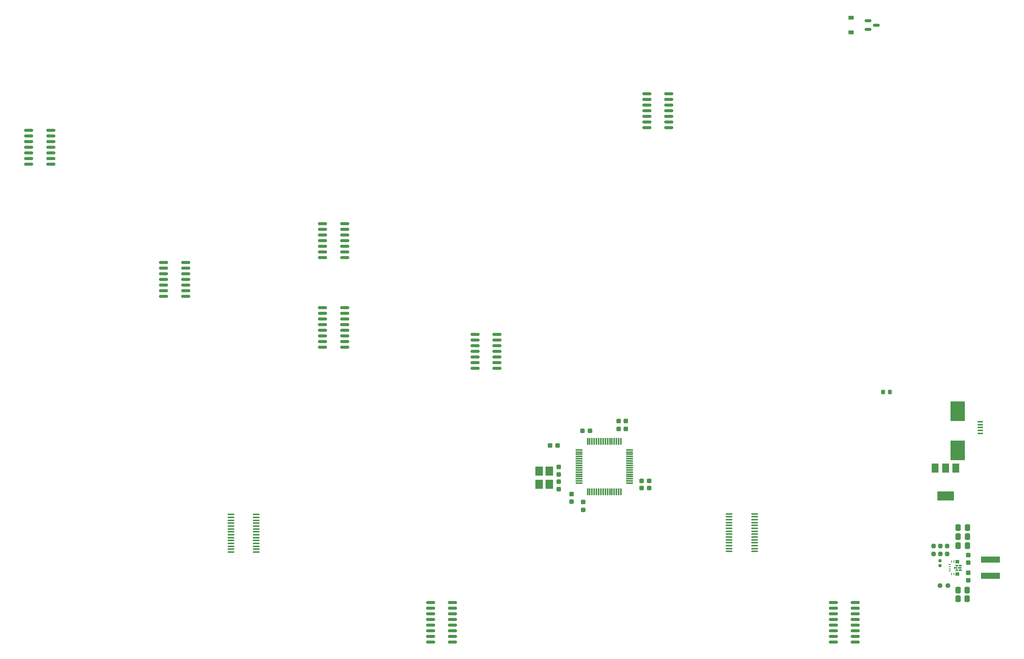
<source format=gbr>
%TF.GenerationSoftware,KiCad,Pcbnew,(6.0.10-0)*%
%TF.CreationDate,2023-01-28T16:50:53+01:00*%
%TF.ProjectId,LivSynth_Hardware,4c697653-796e-4746-985f-486172647761,0v2*%
%TF.SameCoordinates,Original*%
%TF.FileFunction,Paste,Bot*%
%TF.FilePolarity,Positive*%
%FSLAX46Y46*%
G04 Gerber Fmt 4.6, Leading zero omitted, Abs format (unit mm)*
G04 Created by KiCad (PCBNEW (6.0.10-0)) date 2023-01-28 16:50:53*
%MOMM*%
%LPD*%
G01*
G04 APERTURE LIST*
G04 Aperture macros list*
%AMRoundRect*
0 Rectangle with rounded corners*
0 $1 Rounding radius*
0 $2 $3 $4 $5 $6 $7 $8 $9 X,Y pos of 4 corners*
0 Add a 4 corners polygon primitive as box body*
4,1,4,$2,$3,$4,$5,$6,$7,$8,$9,$2,$3,0*
0 Add four circle primitives for the rounded corners*
1,1,$1+$1,$2,$3*
1,1,$1+$1,$4,$5*
1,1,$1+$1,$6,$7*
1,1,$1+$1,$8,$9*
0 Add four rect primitives between the rounded corners*
20,1,$1+$1,$2,$3,$4,$5,0*
20,1,$1+$1,$4,$5,$6,$7,0*
20,1,$1+$1,$6,$7,$8,$9,0*
20,1,$1+$1,$8,$9,$2,$3,0*%
G04 Aperture macros list end*
%ADD10C,0.100000*%
%ADD11RoundRect,0.155000X0.155000X-0.212500X0.155000X0.212500X-0.155000X0.212500X-0.155000X-0.212500X0*%
%ADD12RoundRect,0.237500X0.300000X0.237500X-0.300000X0.237500X-0.300000X-0.237500X0.300000X-0.237500X0*%
%ADD13RoundRect,0.150000X0.825000X0.150000X-0.825000X0.150000X-0.825000X-0.150000X0.825000X-0.150000X0*%
%ADD14R,3.300000X4.500000*%
%ADD15R,0.599999X0.240000*%
%ADD16R,0.240000X0.599999*%
%ADD17R,0.850001X0.700001*%
%ADD18R,1.300000X0.450000*%
%ADD19RoundRect,0.237500X0.250000X0.237500X-0.250000X0.237500X-0.250000X-0.237500X0.250000X-0.237500X0*%
%ADD20RoundRect,0.250000X0.337500X0.475000X-0.337500X0.475000X-0.337500X-0.475000X0.337500X-0.475000X0*%
%ADD21RoundRect,0.237500X-0.300000X-0.237500X0.300000X-0.237500X0.300000X0.237500X-0.300000X0.237500X0*%
%ADD22RoundRect,0.237500X-0.237500X0.250000X-0.237500X-0.250000X0.237500X-0.250000X0.237500X0.250000X0*%
%ADD23RoundRect,0.100000X-0.637500X-0.100000X0.637500X-0.100000X0.637500X0.100000X-0.637500X0.100000X0*%
%ADD24RoundRect,0.250000X-0.337500X-0.475000X0.337500X-0.475000X0.337500X0.475000X-0.337500X0.475000X0*%
%ADD25R,4.200000X1.400000*%
%ADD26RoundRect,0.237500X-0.237500X0.300000X-0.237500X-0.300000X0.237500X-0.300000X0.237500X0.300000X0*%
%ADD27R,1.800000X2.100000*%
%ADD28RoundRect,0.150000X0.850000X0.150000X-0.850000X0.150000X-0.850000X-0.150000X0.850000X-0.150000X0*%
%ADD29RoundRect,0.150000X-0.587500X-0.150000X0.587500X-0.150000X0.587500X0.150000X-0.587500X0.150000X0*%
%ADD30RoundRect,0.237500X0.237500X-0.300000X0.237500X0.300000X-0.237500X0.300000X-0.237500X-0.300000X0*%
%ADD31RoundRect,0.218750X-0.218750X-0.256250X0.218750X-0.256250X0.218750X0.256250X-0.218750X0.256250X0*%
%ADD32R,1.200000X0.900000*%
%ADD33RoundRect,0.075000X-0.700000X-0.075000X0.700000X-0.075000X0.700000X0.075000X-0.700000X0.075000X0*%
%ADD34RoundRect,0.075000X-0.075000X-0.700000X0.075000X-0.700000X0.075000X0.700000X-0.075000X0.700000X0*%
%ADD35R,1.500000X2.000000*%
%ADD36R,3.800000X2.000000*%
%ADD37RoundRect,0.237500X0.237500X-0.250000X0.237500X0.250000X-0.237500X0.250000X-0.237500X-0.250000X0*%
G04 APERTURE END LIST*
%TO.C,U201*%
G36*
X298209757Y-202800961D02*
G01*
X298219137Y-202803806D01*
X298227781Y-202808429D01*
X298235358Y-202814646D01*
X298241576Y-202822223D01*
X298246196Y-202830867D01*
X298249041Y-202840247D01*
X298250001Y-202850001D01*
X298250001Y-203350000D01*
X298249041Y-203359753D01*
X298246196Y-203369134D01*
X298241576Y-203377777D01*
X298235358Y-203385354D01*
X298227781Y-203391572D01*
X298219137Y-203396195D01*
X298209757Y-203399040D01*
X298200001Y-203400000D01*
X298050001Y-203400000D01*
X298040248Y-203399040D01*
X298030867Y-203396195D01*
X298022224Y-203391572D01*
X298014647Y-203385354D01*
X298008429Y-203377777D01*
X298003809Y-203369134D01*
X298000964Y-203359753D01*
X298000001Y-203350000D01*
X298000001Y-202850001D01*
X298000964Y-202840247D01*
X298003809Y-202830867D01*
X298008429Y-202822223D01*
X298014647Y-202814646D01*
X298022224Y-202808429D01*
X298030867Y-202803806D01*
X298040248Y-202800961D01*
X298050001Y-202800001D01*
X298200001Y-202800001D01*
X298209757Y-202800961D01*
G37*
D10*
X298209757Y-202800961D02*
X298219137Y-202803806D01*
X298227781Y-202808429D01*
X298235358Y-202814646D01*
X298241576Y-202822223D01*
X298246196Y-202830867D01*
X298249041Y-202840247D01*
X298250001Y-202850001D01*
X298250001Y-203350000D01*
X298249041Y-203359753D01*
X298246196Y-203369134D01*
X298241576Y-203377777D01*
X298235358Y-203385354D01*
X298227781Y-203391572D01*
X298219137Y-203396195D01*
X298209757Y-203399040D01*
X298200001Y-203400000D01*
X298050001Y-203400000D01*
X298040248Y-203399040D01*
X298030867Y-203396195D01*
X298022224Y-203391572D01*
X298014647Y-203385354D01*
X298008429Y-203377777D01*
X298003809Y-203369134D01*
X298000964Y-203359753D01*
X298000001Y-203350000D01*
X298000001Y-202850001D01*
X298000964Y-202840247D01*
X298003809Y-202830867D01*
X298008429Y-202822223D01*
X298014647Y-202814646D01*
X298022224Y-202808429D01*
X298030867Y-202803806D01*
X298040248Y-202800961D01*
X298050001Y-202800001D01*
X298200001Y-202800001D01*
X298209757Y-202800961D01*
G36*
X297985254Y-203875963D02*
G01*
X297994634Y-203878807D01*
X298003278Y-203883428D01*
X298010855Y-203889646D01*
X298017073Y-203897222D01*
X298021695Y-203905866D01*
X298024540Y-203915246D01*
X298025500Y-203925002D01*
X298025500Y-204075002D01*
X298024540Y-204084756D01*
X298021695Y-204094136D01*
X298017073Y-204102780D01*
X298010855Y-204110356D01*
X298003278Y-204116574D01*
X297994634Y-204121195D01*
X297985254Y-204124039D01*
X297975500Y-204125002D01*
X297500500Y-204125002D01*
X297490746Y-204124039D01*
X297481366Y-204121195D01*
X297472723Y-204116574D01*
X297465146Y-204110356D01*
X297458928Y-204102780D01*
X297454305Y-204094136D01*
X297451460Y-204084756D01*
X297450500Y-204075002D01*
X297450500Y-203925002D01*
X297451460Y-203915246D01*
X297454305Y-203905866D01*
X297458928Y-203897222D01*
X297465146Y-203889646D01*
X297472723Y-203883428D01*
X297481366Y-203878807D01*
X297490746Y-203875963D01*
X297500500Y-203875003D01*
X297975500Y-203875003D01*
X297985254Y-203875963D01*
G37*
X297985254Y-203875963D02*
X297994634Y-203878807D01*
X298003278Y-203883428D01*
X298010855Y-203889646D01*
X298017073Y-203897222D01*
X298021695Y-203905866D01*
X298024540Y-203915246D01*
X298025500Y-203925002D01*
X298025500Y-204075002D01*
X298024540Y-204084756D01*
X298021695Y-204094136D01*
X298017073Y-204102780D01*
X298010855Y-204110356D01*
X298003278Y-204116574D01*
X297994634Y-204121195D01*
X297985254Y-204124039D01*
X297975500Y-204125002D01*
X297500500Y-204125002D01*
X297490746Y-204124039D01*
X297481366Y-204121195D01*
X297472723Y-204116574D01*
X297465146Y-204110356D01*
X297458928Y-204102780D01*
X297454305Y-204094136D01*
X297451460Y-204084756D01*
X297450500Y-204075002D01*
X297450500Y-203925002D01*
X297451460Y-203915246D01*
X297454305Y-203905866D01*
X297458928Y-203897222D01*
X297465146Y-203889646D01*
X297472723Y-203883428D01*
X297481366Y-203878807D01*
X297490746Y-203875963D01*
X297500500Y-203875003D01*
X297975500Y-203875003D01*
X297985254Y-203875963D01*
G36*
X298209757Y-205600960D02*
G01*
X298219137Y-205603805D01*
X298227781Y-205608428D01*
X298235358Y-205614646D01*
X298241576Y-205622223D01*
X298246196Y-205630866D01*
X298249041Y-205640247D01*
X298250001Y-205650000D01*
X298250001Y-206149999D01*
X298249041Y-206159753D01*
X298246196Y-206169133D01*
X298241576Y-206177777D01*
X298235358Y-206185354D01*
X298227781Y-206191571D01*
X298219137Y-206196194D01*
X298209757Y-206199039D01*
X298200001Y-206199999D01*
X298050001Y-206199999D01*
X298040248Y-206199039D01*
X298030867Y-206196194D01*
X298022224Y-206191571D01*
X298014647Y-206185354D01*
X298008429Y-206177777D01*
X298003809Y-206169133D01*
X298000964Y-206159753D01*
X298000001Y-206149999D01*
X298000001Y-205650000D01*
X298000964Y-205640247D01*
X298003809Y-205630866D01*
X298008429Y-205622223D01*
X298014647Y-205614646D01*
X298022224Y-205608428D01*
X298030867Y-205603805D01*
X298040248Y-205600960D01*
X298050001Y-205600000D01*
X298200001Y-205600000D01*
X298209757Y-205600960D01*
G37*
X298209757Y-205600960D02*
X298219137Y-205603805D01*
X298227781Y-205608428D01*
X298235358Y-205614646D01*
X298241576Y-205622223D01*
X298246196Y-205630866D01*
X298249041Y-205640247D01*
X298250001Y-205650000D01*
X298250001Y-206149999D01*
X298249041Y-206159753D01*
X298246196Y-206169133D01*
X298241576Y-206177777D01*
X298235358Y-206185354D01*
X298227781Y-206191571D01*
X298219137Y-206196194D01*
X298209757Y-206199039D01*
X298200001Y-206199999D01*
X298050001Y-206199999D01*
X298040248Y-206199039D01*
X298030867Y-206196194D01*
X298022224Y-206191571D01*
X298014647Y-206185354D01*
X298008429Y-206177777D01*
X298003809Y-206169133D01*
X298000964Y-206159753D01*
X298000001Y-206149999D01*
X298000001Y-205650000D01*
X298000964Y-205640247D01*
X298003809Y-205630866D01*
X298008429Y-205622223D01*
X298014647Y-205614646D01*
X298022224Y-205608428D01*
X298030867Y-205603805D01*
X298040248Y-205600960D01*
X298050001Y-205600000D01*
X298200001Y-205600000D01*
X298209757Y-205600960D01*
G36*
X297985254Y-204875961D02*
G01*
X297994634Y-204878805D01*
X298003278Y-204883426D01*
X298010855Y-204889644D01*
X298017073Y-204897220D01*
X298021695Y-204905864D01*
X298024540Y-204915244D01*
X298025500Y-204924998D01*
X298025500Y-205074998D01*
X298024540Y-205084754D01*
X298021695Y-205094134D01*
X298017073Y-205102778D01*
X298010855Y-205110354D01*
X298003278Y-205116572D01*
X297994634Y-205121193D01*
X297985254Y-205124037D01*
X297975500Y-205124997D01*
X297500500Y-205124997D01*
X297490746Y-205124037D01*
X297481366Y-205121193D01*
X297472723Y-205116572D01*
X297465146Y-205110354D01*
X297458928Y-205102778D01*
X297454305Y-205094134D01*
X297451460Y-205084754D01*
X297450500Y-205074998D01*
X297450500Y-204924998D01*
X297451460Y-204915244D01*
X297454305Y-204905864D01*
X297458928Y-204897220D01*
X297465146Y-204889644D01*
X297472723Y-204883426D01*
X297481366Y-204878805D01*
X297490746Y-204875961D01*
X297500500Y-204874998D01*
X297975500Y-204874998D01*
X297985254Y-204875961D01*
G37*
X297985254Y-204875961D02*
X297994634Y-204878805D01*
X298003278Y-204883426D01*
X298010855Y-204889644D01*
X298017073Y-204897220D01*
X298021695Y-204905864D01*
X298024540Y-204915244D01*
X298025500Y-204924998D01*
X298025500Y-205074998D01*
X298024540Y-205084754D01*
X298021695Y-205094134D01*
X298017073Y-205102778D01*
X298010855Y-205110354D01*
X298003278Y-205116572D01*
X297994634Y-205121193D01*
X297985254Y-205124037D01*
X297975500Y-205124997D01*
X297500500Y-205124997D01*
X297490746Y-205124037D01*
X297481366Y-205121193D01*
X297472723Y-205116572D01*
X297465146Y-205110354D01*
X297458928Y-205102778D01*
X297454305Y-205094134D01*
X297451460Y-205084754D01*
X297450500Y-205074998D01*
X297450500Y-204924998D01*
X297451460Y-204915244D01*
X297454305Y-204905864D01*
X297458928Y-204897220D01*
X297465146Y-204889644D01*
X297472723Y-204883426D01*
X297481366Y-204878805D01*
X297490746Y-204875961D01*
X297500500Y-204874998D01*
X297975500Y-204874998D01*
X297985254Y-204875961D01*
G36*
X298760254Y-204875961D02*
G01*
X298769634Y-204878805D01*
X298778278Y-204883426D01*
X298785854Y-204889644D01*
X298792072Y-204897220D01*
X298796695Y-204905864D01*
X298799540Y-204915244D01*
X298800500Y-204924998D01*
X298800500Y-205074998D01*
X298799540Y-205084754D01*
X298796695Y-205094134D01*
X298792072Y-205102778D01*
X298785854Y-205110354D01*
X298778278Y-205116572D01*
X298769634Y-205121193D01*
X298760254Y-205124037D01*
X298750500Y-205124997D01*
X298275500Y-205124997D01*
X298265746Y-205124037D01*
X298256366Y-205121193D01*
X298247722Y-205116572D01*
X298240146Y-205110354D01*
X298233928Y-205102778D01*
X298229305Y-205094134D01*
X298226460Y-205084754D01*
X298225500Y-205074998D01*
X298225500Y-204924998D01*
X298226460Y-204915244D01*
X298229305Y-204905864D01*
X298233928Y-204897220D01*
X298240146Y-204889644D01*
X298247722Y-204883426D01*
X298256366Y-204878805D01*
X298265746Y-204875961D01*
X298275500Y-204874998D01*
X298750500Y-204874998D01*
X298760254Y-204875961D01*
G37*
X298760254Y-204875961D02*
X298769634Y-204878805D01*
X298778278Y-204883426D01*
X298785854Y-204889644D01*
X298792072Y-204897220D01*
X298796695Y-204905864D01*
X298799540Y-204915244D01*
X298800500Y-204924998D01*
X298800500Y-205074998D01*
X298799540Y-205084754D01*
X298796695Y-205094134D01*
X298792072Y-205102778D01*
X298785854Y-205110354D01*
X298778278Y-205116572D01*
X298769634Y-205121193D01*
X298760254Y-205124037D01*
X298750500Y-205124997D01*
X298275500Y-205124997D01*
X298265746Y-205124037D01*
X298256366Y-205121193D01*
X298247722Y-205116572D01*
X298240146Y-205110354D01*
X298233928Y-205102778D01*
X298229305Y-205094134D01*
X298226460Y-205084754D01*
X298225500Y-205074998D01*
X298225500Y-204924998D01*
X298226460Y-204915244D01*
X298229305Y-204905864D01*
X298233928Y-204897220D01*
X298240146Y-204889644D01*
X298247722Y-204883426D01*
X298256366Y-204878805D01*
X298265746Y-204875961D01*
X298275500Y-204874998D01*
X298750500Y-204874998D01*
X298760254Y-204875961D01*
G36*
X297709753Y-202800961D02*
G01*
X297719133Y-202803806D01*
X297727777Y-202808429D01*
X297735354Y-202814646D01*
X297741571Y-202822223D01*
X297746192Y-202830867D01*
X297749037Y-202840247D01*
X297749999Y-202850001D01*
X297749999Y-203350000D01*
X297749037Y-203359753D01*
X297746192Y-203369134D01*
X297741571Y-203377777D01*
X297735354Y-203385354D01*
X297727777Y-203391572D01*
X297719133Y-203396195D01*
X297709753Y-203399040D01*
X297699999Y-203400000D01*
X297550000Y-203400000D01*
X297540243Y-203399040D01*
X297530863Y-203396195D01*
X297522220Y-203391572D01*
X297514643Y-203385354D01*
X297508425Y-203377777D01*
X297503805Y-203369134D01*
X297500960Y-203359753D01*
X297500000Y-203350000D01*
X297500000Y-202850001D01*
X297500960Y-202840247D01*
X297503805Y-202830867D01*
X297508425Y-202822223D01*
X297514643Y-202814646D01*
X297522220Y-202808429D01*
X297530863Y-202803806D01*
X297540243Y-202800961D01*
X297550000Y-202800001D01*
X297699999Y-202800001D01*
X297709753Y-202800961D01*
G37*
X297709753Y-202800961D02*
X297719133Y-202803806D01*
X297727777Y-202808429D01*
X297735354Y-202814646D01*
X297741571Y-202822223D01*
X297746192Y-202830867D01*
X297749037Y-202840247D01*
X297749999Y-202850001D01*
X297749999Y-203350000D01*
X297749037Y-203359753D01*
X297746192Y-203369134D01*
X297741571Y-203377777D01*
X297735354Y-203385354D01*
X297727777Y-203391572D01*
X297719133Y-203396195D01*
X297709753Y-203399040D01*
X297699999Y-203400000D01*
X297550000Y-203400000D01*
X297540243Y-203399040D01*
X297530863Y-203396195D01*
X297522220Y-203391572D01*
X297514643Y-203385354D01*
X297508425Y-203377777D01*
X297503805Y-203369134D01*
X297500960Y-203359753D01*
X297500000Y-203350000D01*
X297500000Y-202850001D01*
X297500960Y-202840247D01*
X297503805Y-202830867D01*
X297508425Y-202822223D01*
X297514643Y-202814646D01*
X297522220Y-202808429D01*
X297530863Y-202803806D01*
X297540243Y-202800961D01*
X297550000Y-202800001D01*
X297699999Y-202800001D01*
X297709753Y-202800961D01*
G36*
X298729756Y-204375962D02*
G01*
X298739136Y-204378806D01*
X298747780Y-204383427D01*
X298755357Y-204389645D01*
X298761575Y-204397221D01*
X298766195Y-204405865D01*
X298769040Y-204415245D01*
X298770002Y-204425001D01*
X298770002Y-204574999D01*
X298769040Y-204584755D01*
X298766195Y-204594135D01*
X298761575Y-204602779D01*
X298755357Y-204610355D01*
X298747780Y-204616573D01*
X298739136Y-204621194D01*
X298729756Y-204624038D01*
X298720002Y-204624998D01*
X298100001Y-204624998D01*
X298090245Y-204624038D01*
X298080865Y-204621194D01*
X298072221Y-204616573D01*
X298064644Y-204610355D01*
X298058426Y-204602779D01*
X298053806Y-204594135D01*
X298050961Y-204584755D01*
X298050001Y-204574999D01*
X298050001Y-204425001D01*
X298050961Y-204415245D01*
X298053806Y-204405865D01*
X298058426Y-204397221D01*
X298064644Y-204389645D01*
X298072221Y-204383427D01*
X298080865Y-204378806D01*
X298090245Y-204375962D01*
X298100001Y-204375002D01*
X298720002Y-204375002D01*
X298729756Y-204375962D01*
G37*
X298729756Y-204375962D02*
X298739136Y-204378806D01*
X298747780Y-204383427D01*
X298755357Y-204389645D01*
X298761575Y-204397221D01*
X298766195Y-204405865D01*
X298769040Y-204415245D01*
X298770002Y-204425001D01*
X298770002Y-204574999D01*
X298769040Y-204584755D01*
X298766195Y-204594135D01*
X298761575Y-204602779D01*
X298755357Y-204610355D01*
X298747780Y-204616573D01*
X298739136Y-204621194D01*
X298729756Y-204624038D01*
X298720002Y-204624998D01*
X298100001Y-204624998D01*
X298090245Y-204624038D01*
X298080865Y-204621194D01*
X298072221Y-204616573D01*
X298064644Y-204610355D01*
X298058426Y-204602779D01*
X298053806Y-204594135D01*
X298050961Y-204584755D01*
X298050001Y-204574999D01*
X298050001Y-204425001D01*
X298050961Y-204415245D01*
X298053806Y-204405865D01*
X298058426Y-204397221D01*
X298064644Y-204389645D01*
X298072221Y-204383427D01*
X298080865Y-204378806D01*
X298090245Y-204375962D01*
X298100001Y-204375002D01*
X298720002Y-204375002D01*
X298729756Y-204375962D01*
G36*
X297809755Y-204375962D02*
G01*
X297819135Y-204378806D01*
X297827779Y-204383427D01*
X297835356Y-204389645D01*
X297841574Y-204397221D01*
X297846194Y-204405865D01*
X297849039Y-204415245D01*
X297850002Y-204425001D01*
X297850002Y-204574999D01*
X297849039Y-204584755D01*
X297846194Y-204594135D01*
X297841574Y-204602779D01*
X297835356Y-204610355D01*
X297827779Y-204616573D01*
X297819135Y-204621194D01*
X297809755Y-204624038D01*
X297800002Y-204624998D01*
X297180000Y-204624998D01*
X297170244Y-204624038D01*
X297160864Y-204621194D01*
X297152220Y-204616573D01*
X297144644Y-204610355D01*
X297138426Y-204602779D01*
X297133805Y-204594135D01*
X297130961Y-204584755D01*
X297130000Y-204574999D01*
X297130000Y-204425001D01*
X297130961Y-204415245D01*
X297133805Y-204405865D01*
X297138426Y-204397221D01*
X297144644Y-204389645D01*
X297152220Y-204383427D01*
X297160864Y-204378806D01*
X297170244Y-204375962D01*
X297180000Y-204375002D01*
X297800002Y-204375002D01*
X297809755Y-204375962D01*
G37*
X297809755Y-204375962D02*
X297819135Y-204378806D01*
X297827779Y-204383427D01*
X297835356Y-204389645D01*
X297841574Y-204397221D01*
X297846194Y-204405865D01*
X297849039Y-204415245D01*
X297850002Y-204425001D01*
X297850002Y-204574999D01*
X297849039Y-204584755D01*
X297846194Y-204594135D01*
X297841574Y-204602779D01*
X297835356Y-204610355D01*
X297827779Y-204616573D01*
X297819135Y-204621194D01*
X297809755Y-204624038D01*
X297800002Y-204624998D01*
X297180000Y-204624998D01*
X297170244Y-204624038D01*
X297160864Y-204621194D01*
X297152220Y-204616573D01*
X297144644Y-204610355D01*
X297138426Y-204602779D01*
X297133805Y-204594135D01*
X297130961Y-204584755D01*
X297130000Y-204574999D01*
X297130000Y-204425001D01*
X297130961Y-204415245D01*
X297133805Y-204405865D01*
X297138426Y-204397221D01*
X297144644Y-204389645D01*
X297152220Y-204383427D01*
X297160864Y-204378806D01*
X297170244Y-204375962D01*
X297180000Y-204375002D01*
X297800002Y-204375002D01*
X297809755Y-204375962D01*
G36*
X298209754Y-205600960D02*
G01*
X298219135Y-205603805D01*
X298227778Y-205608426D01*
X298235355Y-205614643D01*
X298241573Y-205622220D01*
X298246196Y-205630864D01*
X298249041Y-205640244D01*
X298250001Y-205650000D01*
X298250001Y-205800000D01*
X298249041Y-205809754D01*
X298246196Y-205819134D01*
X298241573Y-205827777D01*
X298235355Y-205835354D01*
X298227778Y-205841572D01*
X298219135Y-205846192D01*
X298209754Y-205849037D01*
X298200001Y-205850000D01*
X297550000Y-205850000D01*
X297540246Y-205849037D01*
X297530866Y-205846192D01*
X297522222Y-205841572D01*
X297514645Y-205835354D01*
X297508427Y-205827777D01*
X297503805Y-205819134D01*
X297500960Y-205809754D01*
X297500000Y-205800000D01*
X297500000Y-205650000D01*
X297500960Y-205640244D01*
X297503805Y-205630864D01*
X297508427Y-205622220D01*
X297514645Y-205614643D01*
X297522222Y-205608426D01*
X297530866Y-205603805D01*
X297540246Y-205600960D01*
X297550000Y-205600000D01*
X298200001Y-205600000D01*
X298209754Y-205600960D01*
G37*
X298209754Y-205600960D02*
X298219135Y-205603805D01*
X298227778Y-205608426D01*
X298235355Y-205614643D01*
X298241573Y-205622220D01*
X298246196Y-205630864D01*
X298249041Y-205640244D01*
X298250001Y-205650000D01*
X298250001Y-205800000D01*
X298249041Y-205809754D01*
X298246196Y-205819134D01*
X298241573Y-205827777D01*
X298235355Y-205835354D01*
X298227778Y-205841572D01*
X298219135Y-205846192D01*
X298209754Y-205849037D01*
X298200001Y-205850000D01*
X297550000Y-205850000D01*
X297540246Y-205849037D01*
X297530866Y-205846192D01*
X297522222Y-205841572D01*
X297514645Y-205835354D01*
X297508427Y-205827777D01*
X297503805Y-205819134D01*
X297500960Y-205809754D01*
X297500000Y-205800000D01*
X297500000Y-205650000D01*
X297500960Y-205640244D01*
X297503805Y-205630864D01*
X297508427Y-205622220D01*
X297514645Y-205614643D01*
X297522222Y-205608426D01*
X297530866Y-205603805D01*
X297540246Y-205600960D01*
X297550000Y-205600000D01*
X298200001Y-205600000D01*
X298209754Y-205600960D01*
G36*
X298209754Y-203150963D02*
G01*
X298219135Y-203153808D01*
X298227778Y-203158428D01*
X298235355Y-203164646D01*
X298241573Y-203172223D01*
X298246196Y-203180866D01*
X298249041Y-203190246D01*
X298250001Y-203200000D01*
X298250001Y-203350000D01*
X298249041Y-203359756D01*
X298246196Y-203369136D01*
X298241573Y-203377780D01*
X298235355Y-203385357D01*
X298227778Y-203391574D01*
X298219135Y-203396195D01*
X298209754Y-203399040D01*
X298200001Y-203400000D01*
X297550000Y-203400000D01*
X297540246Y-203399040D01*
X297530866Y-203396195D01*
X297522222Y-203391574D01*
X297514645Y-203385357D01*
X297508427Y-203377780D01*
X297503805Y-203369136D01*
X297500960Y-203359756D01*
X297500000Y-203350000D01*
X297500000Y-203200000D01*
X297500960Y-203190246D01*
X297503805Y-203180866D01*
X297508427Y-203172223D01*
X297514645Y-203164646D01*
X297522222Y-203158428D01*
X297530866Y-203153808D01*
X297540246Y-203150963D01*
X297550000Y-203150000D01*
X298200001Y-203150000D01*
X298209754Y-203150963D01*
G37*
X298209754Y-203150963D02*
X298219135Y-203153808D01*
X298227778Y-203158428D01*
X298235355Y-203164646D01*
X298241573Y-203172223D01*
X298246196Y-203180866D01*
X298249041Y-203190246D01*
X298250001Y-203200000D01*
X298250001Y-203350000D01*
X298249041Y-203359756D01*
X298246196Y-203369136D01*
X298241573Y-203377780D01*
X298235355Y-203385357D01*
X298227778Y-203391574D01*
X298219135Y-203396195D01*
X298209754Y-203399040D01*
X298200001Y-203400000D01*
X297550000Y-203400000D01*
X297540246Y-203399040D01*
X297530866Y-203396195D01*
X297522222Y-203391574D01*
X297514645Y-203385357D01*
X297508427Y-203377780D01*
X297503805Y-203369136D01*
X297500960Y-203359756D01*
X297500000Y-203350000D01*
X297500000Y-203200000D01*
X297500960Y-203190246D01*
X297503805Y-203180866D01*
X297508427Y-203172223D01*
X297514645Y-203164646D01*
X297522222Y-203158428D01*
X297530866Y-203153808D01*
X297540246Y-203150963D01*
X297550000Y-203150000D01*
X298200001Y-203150000D01*
X298209754Y-203150963D01*
G36*
X298760254Y-203875963D02*
G01*
X298769634Y-203878807D01*
X298778278Y-203883428D01*
X298785854Y-203889646D01*
X298792072Y-203897222D01*
X298796695Y-203905866D01*
X298799540Y-203915246D01*
X298800500Y-203925002D01*
X298800500Y-204075002D01*
X298799540Y-204084756D01*
X298796695Y-204094136D01*
X298792072Y-204102780D01*
X298785854Y-204110356D01*
X298778278Y-204116574D01*
X298769634Y-204121195D01*
X298760254Y-204124039D01*
X298750500Y-204125002D01*
X298275500Y-204125002D01*
X298265746Y-204124039D01*
X298256366Y-204121195D01*
X298247722Y-204116574D01*
X298240146Y-204110356D01*
X298233928Y-204102780D01*
X298229305Y-204094136D01*
X298226460Y-204084756D01*
X298225500Y-204075002D01*
X298225500Y-203925002D01*
X298226460Y-203915246D01*
X298229305Y-203905866D01*
X298233928Y-203897222D01*
X298240146Y-203889646D01*
X298247722Y-203883428D01*
X298256366Y-203878807D01*
X298265746Y-203875963D01*
X298275500Y-203875003D01*
X298750500Y-203875003D01*
X298760254Y-203875963D01*
G37*
X298760254Y-203875963D02*
X298769634Y-203878807D01*
X298778278Y-203883428D01*
X298785854Y-203889646D01*
X298792072Y-203897222D01*
X298796695Y-203905866D01*
X298799540Y-203915246D01*
X298800500Y-203925002D01*
X298800500Y-204075002D01*
X298799540Y-204084756D01*
X298796695Y-204094136D01*
X298792072Y-204102780D01*
X298785854Y-204110356D01*
X298778278Y-204116574D01*
X298769634Y-204121195D01*
X298760254Y-204124039D01*
X298750500Y-204125002D01*
X298275500Y-204125002D01*
X298265746Y-204124039D01*
X298256366Y-204121195D01*
X298247722Y-204116574D01*
X298240146Y-204110356D01*
X298233928Y-204102780D01*
X298229305Y-204094136D01*
X298226460Y-204084756D01*
X298225500Y-204075002D01*
X298225500Y-203925002D01*
X298226460Y-203915246D01*
X298229305Y-203905866D01*
X298233928Y-203897222D01*
X298240146Y-203889646D01*
X298247722Y-203883428D01*
X298256366Y-203878807D01*
X298265746Y-203875963D01*
X298275500Y-203875003D01*
X298750500Y-203875003D01*
X298760254Y-203875963D01*
G36*
X297709753Y-205600960D02*
G01*
X297719133Y-205603805D01*
X297727777Y-205608428D01*
X297735354Y-205614646D01*
X297741571Y-205622223D01*
X297746192Y-205630866D01*
X297749037Y-205640247D01*
X297749999Y-205650000D01*
X297749999Y-206149999D01*
X297749037Y-206159753D01*
X297746192Y-206169133D01*
X297741571Y-206177777D01*
X297735354Y-206185354D01*
X297727777Y-206191571D01*
X297719133Y-206196194D01*
X297709753Y-206199039D01*
X297699999Y-206199999D01*
X297550000Y-206199999D01*
X297540243Y-206199039D01*
X297530863Y-206196194D01*
X297522220Y-206191571D01*
X297514643Y-206185354D01*
X297508425Y-206177777D01*
X297503805Y-206169133D01*
X297500960Y-206159753D01*
X297500000Y-206149999D01*
X297500000Y-205650000D01*
X297500960Y-205640247D01*
X297503805Y-205630866D01*
X297508425Y-205622223D01*
X297514643Y-205614646D01*
X297522220Y-205608428D01*
X297530863Y-205603805D01*
X297540243Y-205600960D01*
X297550000Y-205600000D01*
X297699999Y-205600000D01*
X297709753Y-205600960D01*
G37*
X297709753Y-205600960D02*
X297719133Y-205603805D01*
X297727777Y-205608428D01*
X297735354Y-205614646D01*
X297741571Y-205622223D01*
X297746192Y-205630866D01*
X297749037Y-205640247D01*
X297749999Y-205650000D01*
X297749999Y-206149999D01*
X297749037Y-206159753D01*
X297746192Y-206169133D01*
X297741571Y-206177777D01*
X297735354Y-206185354D01*
X297727777Y-206191571D01*
X297719133Y-206196194D01*
X297709753Y-206199039D01*
X297699999Y-206199999D01*
X297550000Y-206199999D01*
X297540243Y-206199039D01*
X297530863Y-206196194D01*
X297522220Y-206191571D01*
X297514643Y-206185354D01*
X297508425Y-206177777D01*
X297503805Y-206169133D01*
X297500960Y-206159753D01*
X297500000Y-206149999D01*
X297500000Y-205650000D01*
X297500960Y-205640247D01*
X297503805Y-205630866D01*
X297508425Y-205622223D01*
X297514643Y-205614646D01*
X297522220Y-205608428D01*
X297530863Y-205603805D01*
X297540243Y-205600960D01*
X297550000Y-205600000D01*
X297699999Y-205600000D01*
X297709753Y-205600960D01*
%TD*%
D11*
%TO.C,C208*%
X294000000Y-204067500D03*
X294000000Y-202932500D03*
%TD*%
D12*
%TO.C,C36*%
X215362500Y-173750000D03*
X213637500Y-173750000D03*
%TD*%
D13*
%TO.C,U4*%
X94175000Y-106190000D03*
X94175000Y-107460000D03*
X94175000Y-108730000D03*
X94175000Y-110000000D03*
X94175000Y-111270000D03*
X94175000Y-112540000D03*
X94175000Y-113810000D03*
X89225000Y-113810000D03*
X89225000Y-112540000D03*
X89225000Y-111270000D03*
X89225000Y-110000000D03*
X89225000Y-108730000D03*
X89225000Y-107460000D03*
X89225000Y-106190000D03*
%TD*%
D14*
%TO.C,D202*%
X298000000Y-178150000D03*
X298000000Y-169350000D03*
%TD*%
D13*
%TO.C,U13*%
X184475000Y-212305000D03*
X184475000Y-213575000D03*
X184475000Y-214845000D03*
X184475000Y-216115000D03*
X184475000Y-217385000D03*
X184475000Y-218655000D03*
X184475000Y-219925000D03*
X184475000Y-221195000D03*
X179525000Y-221195000D03*
X179525000Y-219925000D03*
X179525000Y-218655000D03*
X179525000Y-217385000D03*
X179525000Y-216115000D03*
X179525000Y-214845000D03*
X179525000Y-213575000D03*
X179525000Y-212305000D03*
%TD*%
D15*
%TO.C,U201*%
X296200000Y-205250001D03*
X296200000Y-204750002D03*
X296200000Y-204250000D03*
X296200000Y-203750002D03*
D16*
X296625000Y-203100000D03*
X297124999Y-203100000D03*
D17*
X297875000Y-203100000D03*
X297875000Y-203100000D03*
X297875000Y-205900000D03*
X297875000Y-205900000D03*
D16*
X297124999Y-205900000D03*
X296625000Y-205900000D03*
%TD*%
D18*
%TO.C,J16*%
X303100000Y-171695000D03*
X303100000Y-172345000D03*
X303100000Y-172995000D03*
X303100000Y-173645000D03*
X303100000Y-174295000D03*
%TD*%
D19*
%TO.C,R202*%
X295812500Y-208500000D03*
X293987500Y-208500000D03*
%TD*%
D20*
%TO.C,C202*%
X300137500Y-209500000D03*
X298062500Y-209500000D03*
%TD*%
D21*
%TO.C,C44*%
X226937500Y-186600000D03*
X228662500Y-186600000D03*
%TD*%
D22*
%TO.C,R203*%
X295600000Y-199587500D03*
X295600000Y-201412500D03*
%TD*%
D21*
%TO.C,C43*%
X226937500Y-185000000D03*
X228662500Y-185000000D03*
%TD*%
D23*
%TO.C,U11*%
X246637500Y-200850000D03*
X246637500Y-200200000D03*
X246637500Y-199550000D03*
X246637500Y-198900000D03*
X246637500Y-198250000D03*
X246637500Y-197600000D03*
X246637500Y-196950000D03*
X246637500Y-196300000D03*
X246637500Y-195650000D03*
X246637500Y-195000000D03*
X246637500Y-194350000D03*
X246637500Y-193700000D03*
X246637500Y-193050000D03*
X246637500Y-192400000D03*
X252362500Y-192400000D03*
X252362500Y-193050000D03*
X252362500Y-193700000D03*
X252362500Y-194350000D03*
X252362500Y-195000000D03*
X252362500Y-195650000D03*
X252362500Y-196300000D03*
X252362500Y-196950000D03*
X252362500Y-197600000D03*
X252362500Y-198250000D03*
X252362500Y-198900000D03*
X252362500Y-199550000D03*
X252362500Y-200200000D03*
X252362500Y-200850000D03*
%TD*%
%TO.C,U12*%
X134637500Y-200975000D03*
X134637500Y-200325000D03*
X134637500Y-199675000D03*
X134637500Y-199025000D03*
X134637500Y-198375000D03*
X134637500Y-197725000D03*
X134637500Y-197075000D03*
X134637500Y-196425000D03*
X134637500Y-195775000D03*
X134637500Y-195125000D03*
X134637500Y-194475000D03*
X134637500Y-193825000D03*
X134637500Y-193175000D03*
X134637500Y-192525000D03*
X140362500Y-192525000D03*
X140362500Y-193175000D03*
X140362500Y-193825000D03*
X140362500Y-194475000D03*
X140362500Y-195125000D03*
X140362500Y-195775000D03*
X140362500Y-196425000D03*
X140362500Y-197075000D03*
X140362500Y-197725000D03*
X140362500Y-198375000D03*
X140362500Y-199025000D03*
X140362500Y-199675000D03*
X140362500Y-200325000D03*
X140362500Y-200975000D03*
%TD*%
D24*
%TO.C,C206*%
X298100000Y-197500000D03*
X300175000Y-197500000D03*
%TD*%
D13*
%TO.C,U3*%
X124475000Y-135840000D03*
X124475000Y-137110000D03*
X124475000Y-138380000D03*
X124475000Y-139650000D03*
X124475000Y-140920000D03*
X124475000Y-142190000D03*
X124475000Y-143460000D03*
X119525000Y-143460000D03*
X119525000Y-142190000D03*
X119525000Y-140920000D03*
X119525000Y-139650000D03*
X119525000Y-138380000D03*
X119525000Y-137110000D03*
X119525000Y-135840000D03*
%TD*%
D25*
%TO.C,L201*%
X305350000Y-206350000D03*
X305350000Y-202650000D03*
%TD*%
D13*
%TO.C,U10*%
X274975000Y-212305000D03*
X274975000Y-213575000D03*
X274975000Y-214845000D03*
X274975000Y-216115000D03*
X274975000Y-217385000D03*
X274975000Y-218655000D03*
X274975000Y-219925000D03*
X274975000Y-221195000D03*
X270025000Y-221195000D03*
X270025000Y-219925000D03*
X270025000Y-218655000D03*
X270025000Y-217385000D03*
X270025000Y-216115000D03*
X270025000Y-214845000D03*
X270025000Y-213575000D03*
X270025000Y-212305000D03*
%TD*%
D26*
%TO.C,C50*%
X208310000Y-185137500D03*
X208310000Y-186862500D03*
%TD*%
D12*
%TO.C,C45*%
X208112500Y-177000000D03*
X206387500Y-177000000D03*
%TD*%
D20*
%TO.C,C201*%
X300137500Y-211500000D03*
X298062500Y-211500000D03*
%TD*%
D27*
%TO.C,Y1*%
X206210000Y-182800000D03*
X206210000Y-185700000D03*
X203910000Y-185700000D03*
X203910000Y-182800000D03*
%TD*%
D13*
%TO.C,U8*%
X194475000Y-152040000D03*
X194475000Y-153310000D03*
X194475000Y-154580000D03*
X194475000Y-155850000D03*
X194475000Y-157120000D03*
X194475000Y-158390000D03*
X194475000Y-159660000D03*
X189525000Y-159660000D03*
X189525000Y-158390000D03*
X189525000Y-157120000D03*
X189525000Y-155850000D03*
X189525000Y-154580000D03*
X189525000Y-153310000D03*
X189525000Y-152040000D03*
%TD*%
D28*
%TO.C,U7*%
X160250000Y-146055000D03*
X160250000Y-147325000D03*
X160250000Y-148595000D03*
X160250000Y-149865000D03*
X160250000Y-151135000D03*
X160250000Y-152405000D03*
X160250000Y-153675000D03*
X160250000Y-154945000D03*
X155250000Y-154945000D03*
X155250000Y-153675000D03*
X155250000Y-152405000D03*
X155250000Y-151135000D03*
X155250000Y-149865000D03*
X155250000Y-148595000D03*
X155250000Y-147325000D03*
X155250000Y-146055000D03*
%TD*%
D29*
%TO.C,Q201*%
X277812500Y-83450000D03*
X277812500Y-81550000D03*
X279687500Y-82500000D03*
%TD*%
D30*
%TO.C,C48*%
X208310000Y-183562500D03*
X208310000Y-181837500D03*
%TD*%
%TO.C,C32*%
X221810000Y-173262500D03*
X221810000Y-171537500D03*
%TD*%
%TO.C,C33*%
X223400000Y-173262500D03*
X223400000Y-171537500D03*
%TD*%
D31*
%TO.C,FB1*%
X281212500Y-165000000D03*
X282787500Y-165000000D03*
%TD*%
D32*
%TO.C,D201*%
X274000000Y-80850000D03*
X274000000Y-84150000D03*
%TD*%
D26*
%TO.C,C46*%
X211200000Y-187937500D03*
X211200000Y-189662500D03*
%TD*%
D13*
%TO.C,U1*%
X233075000Y-97965000D03*
X233075000Y-99235000D03*
X233075000Y-100505000D03*
X233075000Y-101775000D03*
X233075000Y-103045000D03*
X233075000Y-104315000D03*
X233075000Y-105585000D03*
X228125000Y-105585000D03*
X228125000Y-104315000D03*
X228125000Y-103045000D03*
X228125000Y-101775000D03*
X228125000Y-100505000D03*
X228125000Y-99235000D03*
X228125000Y-97965000D03*
%TD*%
D24*
%TO.C,C205*%
X298100000Y-199500000D03*
X300175000Y-199500000D03*
%TD*%
D22*
%TO.C,R204*%
X292600000Y-199587500D03*
X292600000Y-201412500D03*
%TD*%
D24*
%TO.C,C207*%
X298100000Y-195500000D03*
X300175000Y-195500000D03*
%TD*%
D30*
%TO.C,C203*%
X300350000Y-207362500D03*
X300350000Y-205637500D03*
%TD*%
D13*
%TO.C,U6*%
X160225000Y-127190000D03*
X160225000Y-128460000D03*
X160225000Y-129730000D03*
X160225000Y-131000000D03*
X160225000Y-132270000D03*
X160225000Y-133540000D03*
X160225000Y-134810000D03*
X155275000Y-134810000D03*
X155275000Y-133540000D03*
X155275000Y-132270000D03*
X155275000Y-131000000D03*
X155275000Y-129730000D03*
X155275000Y-128460000D03*
X155275000Y-127190000D03*
%TD*%
D33*
%TO.C,U9*%
X212885000Y-185500000D03*
X212885000Y-185000000D03*
X212885000Y-184500000D03*
X212885000Y-184000000D03*
X212885000Y-183500000D03*
X212885000Y-183000000D03*
X212885000Y-182500000D03*
X212885000Y-182000000D03*
X212885000Y-181500000D03*
X212885000Y-181000000D03*
X212885000Y-180500000D03*
X212885000Y-180000000D03*
X212885000Y-179500000D03*
X212885000Y-179000000D03*
X212885000Y-178500000D03*
X212885000Y-178000000D03*
D34*
X214810000Y-176075000D03*
X215310000Y-176075000D03*
X215810000Y-176075000D03*
X216310000Y-176075000D03*
X216810000Y-176075000D03*
X217310000Y-176075000D03*
X217810000Y-176075000D03*
X218310000Y-176075000D03*
X218810000Y-176075000D03*
X219310000Y-176075000D03*
X219810000Y-176075000D03*
X220310000Y-176075000D03*
X220810000Y-176075000D03*
X221310000Y-176075000D03*
X221810000Y-176075000D03*
X222310000Y-176075000D03*
D33*
X224235000Y-178000000D03*
X224235000Y-178500000D03*
X224235000Y-179000000D03*
X224235000Y-179500000D03*
X224235000Y-180000000D03*
X224235000Y-180500000D03*
X224235000Y-181000000D03*
X224235000Y-181500000D03*
X224235000Y-182000000D03*
X224235000Y-182500000D03*
X224235000Y-183000000D03*
X224235000Y-183500000D03*
X224235000Y-184000000D03*
X224235000Y-184500000D03*
X224235000Y-185000000D03*
X224235000Y-185500000D03*
D34*
X222310000Y-187425000D03*
X221810000Y-187425000D03*
X221310000Y-187425000D03*
X220810000Y-187425000D03*
X220310000Y-187425000D03*
X219810000Y-187425000D03*
X219310000Y-187425000D03*
X218810000Y-187425000D03*
X218310000Y-187425000D03*
X217810000Y-187425000D03*
X217310000Y-187425000D03*
X216810000Y-187425000D03*
X216310000Y-187425000D03*
X215810000Y-187425000D03*
X215310000Y-187425000D03*
X214810000Y-187425000D03*
%TD*%
D35*
%TO.C,U5*%
X292950000Y-182100000D03*
X295250000Y-182100000D03*
D36*
X295250000Y-188400000D03*
D35*
X297550000Y-182100000D03*
%TD*%
D26*
%TO.C,C204*%
X300350000Y-201637500D03*
X300350000Y-203362500D03*
%TD*%
%TO.C,C47*%
X213800000Y-189737500D03*
X213800000Y-191462500D03*
%TD*%
D37*
%TO.C,R205*%
X294100000Y-201412500D03*
X294100000Y-199587500D03*
%TD*%
M02*

</source>
